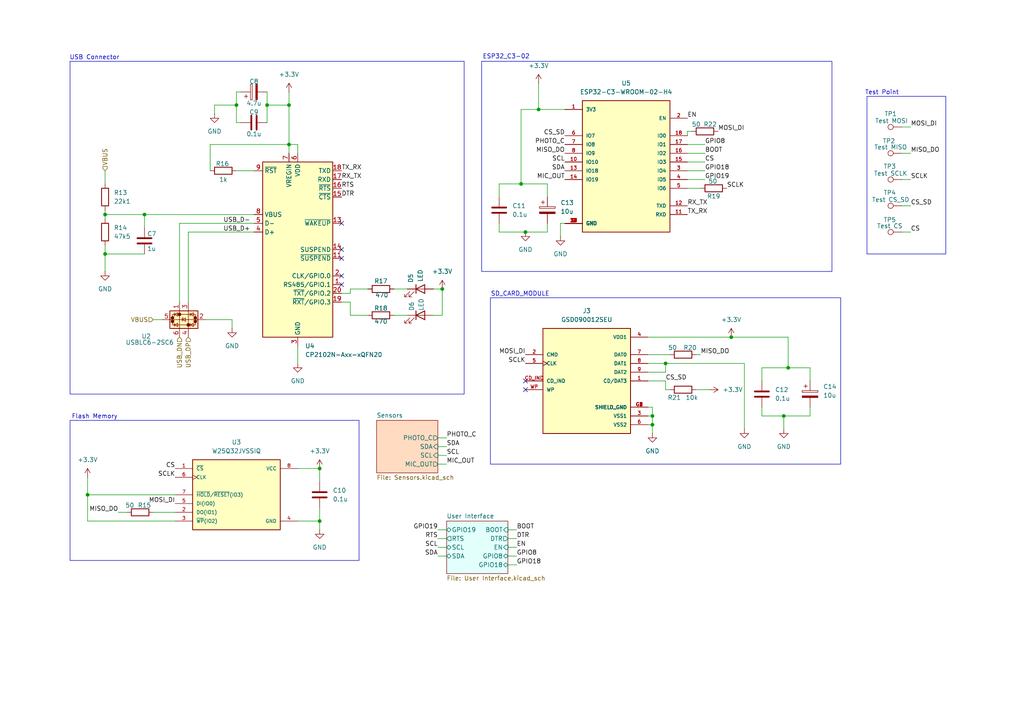
<source format=kicad_sch>
(kicad_sch (version 20250114) (generator "eeschema") (generator_version "9.0")
  (paper "A4")
  (title_block (title "ESP32_C3_Board") (date "2025-05-31"))
  (lib_symbols
    (symbol "Connector:TestPoint" (pin_numbers (hide yes)) (pin_names (offset 0.762) (hide yes))
      (property "Reference" "TP" (at 0 6.858 0))
      (property "Value" "TestPoint" (at 0 5.08 0))
      (symbol "TestPoint_0_1"
        (circle (center 0 3.302) (radius 0.762))
      )
      (symbol "TestPoint_1_1"
        (pin passive line (at 0 0 90) (length 2.54) (name "1") (number "1"))
      )
    )
    (symbol "Device:C" (pin_numbers (hide yes)) (pin_names (offset 0.254))
      (property "Reference" "C" (at 0.635 2.54 0))
      (property "Value" "C" (at 0.635 -2.54 0))
      (symbol "C_0_1"
        (polyline (pts (xy -2.032 0.762) (xy 2.032 0.762)) (stroke (width 0.508)))
        (polyline (pts (xy -2.032 -0.762) (xy 2.032 -0.762)) (stroke (width 0.508)))
      )
      (symbol "C_1_1"
        (pin passive line (at 0 3.81 270) (length 2.794) (name "~") (number "1"))
        (pin passive line (at 0 -3.81 90) (length 2.794) (name "~") (number "2"))
      )
    )
    (symbol "Device:C_Polarized" (pin_numbers (hide yes)) (pin_names (offset 0.254))
      (property "Reference" "C" (at 0.635 2.54 0))
      (property "Value" "C_Polarized" (at 0.635 -2.54 0))
      (symbol "C_Polarized_0_1"
        (rectangle (start -2.286 0.508) (end 2.286 1.016))
        (polyline (pts (xy -1.778 2.286) (xy -0.762 2.286)))
        (polyline (pts (xy -1.27 2.794) (xy -1.27 1.778)))
        (rectangle (start 2.286 -0.508) (end -2.286 -1.016) (fill (type outline)))
      )
      (symbol "C_Polarized_1_1"
        (pin passive line (at 0 3.81 270) (length 2.794) (name "~") (number "1"))
        (pin passive line (at 0 -3.81 90) (length 2.794) (name "~") (number "2"))
      )
    )
    (symbol "Device:LED" (pin_numbers (hide yes)) (pin_names (offset 1.016) (hide yes))
      (property "Reference" "D" (at 0 2.54 0))
      (property "Value" "LED" (at 0 -2.54 0))
      (symbol "LED_0_1"
        (polyline (pts (xy -3.048 -0.762) (xy -4.572 -2.286) (xy -3.81 -2.286) (xy -4.572 -2.286) (xy -4.572 -1.524)))
        (polyline (pts (xy -1.778 -0.762) (xy -3.302 -2.286) (xy -2.54 -2.286) (xy -3.302 -2.286) (xy -3.302 -1.524)))
        (polyline (pts (xy -1.27 0) (xy 1.27 0)))
        (polyline (pts (xy -1.27 -1.27) (xy -1.27 1.27)) (stroke (width 0.254)))
        (polyline (pts (xy 1.27 -1.27) (xy 1.27 1.27) (xy -1.27 0) (xy 1.27 -1.27)) (stroke (width 0.254)))
      )
      (symbol "LED_1_1"
        (pin passive line (at -3.81 0 0) (length 2.54) (name "K") (number "1"))
        (pin passive line (at 3.81 0 180) (length 2.54) (name "A") (number "2"))
      )
    )
    (symbol "Device:R" (pin_numbers (hide yes)) (pin_names (offset 0))
      (property "Reference" "R" (at 2.032 0 90))
      (property "Value" "R" (at 0 0 90))
      (symbol "R_0_1"
        (rectangle (start -1.016 -2.54) (end 1.016 2.54) (stroke (width 0.254)))
      )
      (symbol "R_1_1"
        (pin passive line (at 0 3.81 270) (length 1.27) (name "~") (number "1"))
        (pin passive line (at 0 -3.81 90) (length 1.27) (name "~") (number "2"))
      )
    )
    (symbol "ESP32-C3-WROOM-02-H4:ESP32-C3-WROOM-02-H4" (pin_names (offset 1.016))
      (property "Reference" "U" (at -12.7 21.082 0))
      (property "Value" "ESP32-C3-WROOM-02-H4" (at -12.7 -18.542 0))
      (symbol "ESP32-C3-WROOM-02-H4_0_0"
        (rectangle (start -12.7 -17.78) (end 12.7 20.32) (stroke (width 0.254)) (fill (type background)))
        (pin input line (at -17.78 15.24 0) (length 5.08) (name "EN") (number "2"))
        (pin bidirectional line (at -17.78 10.16 0) (length 5.08) (name "IO0") (number "18"))
        (pin bidirectional line (at -17.78 7.62 0) (length 5.08) (name "IO1") (number "17"))
        (pin bidirectional line (at -17.78 5.08 0) (length 5.08) (name "IO2") (number "16"))
        (pin bidirectional line (at -17.78 2.54 0) (length 5.08) (name "IO3") (number "15"))
        (pin bidirectional line (at -17.78 0 0) (length 5.08) (name "IO4") (number "3"))
        (pin bidirectional line (at -17.78 -2.54 0) (length 5.08) (name "IO5") (number "4"))
        (pin bidirectional line (at -17.78 -5.08 0) (length 5.08) (name "IO6") (number "5"))
        (pin bidirectional line (at -17.78 -10.16 0) (length 5.08) (name "TXD") (number "12"))
        (pin bidirectional line (at -17.78 -12.7 0) (length 5.08) (name "RXD") (number "11"))
        (pin power_in line (at 17.78 17.78 180) (length 5.08) (name "3V3") (number "1"))
        (pin bidirectional line (at 17.78 10.16 180) (length 5.08) (name "IO7") (number "6"))
        (pin bidirectional line (at 17.78 7.62 180) (length 5.08) (name "IO8") (number "7"))
        (pin bidirectional line (at 17.78 5.08 180) (length 5.08) (name "IO9") (number "8"))
        (pin bidirectional line (at 17.78 2.54 180) (length 5.08) (name "IO10") (number "10"))
        (pin bidirectional line (at 17.78 0 180) (length 5.08) (name "IO18") (number "13"))
        (pin bidirectional line (at 17.78 -2.54 180) (length 5.08) (name "IO19") (number "14"))
        (pin power_in line (at 17.78 -15.24 180) (length 5.08) (name "GND") (number "19"))
        (pin power_in line (at 17.78 -15.24 180) (length 5.08) (name "GND") (number "20"))
        (pin power_in line (at 17.78 -15.24 180) (length 5.08) (name "GND") (number "21"))
        (pin power_in line (at 17.78 -15.24 180) (length 5.08) (name "GND") (number "22"))
        (pin power_in line (at 17.78 -15.24 180) (length 5.08) (name "GND") (number "23"))
        (pin power_in line (at 17.78 -15.24 180) (length 5.08) (name "GND") (number "24"))
        (pin power_in line (at 17.78 -15.24 180) (length 5.08) (name "GND") (number "25"))
        (pin power_in line (at 17.78 -15.24 180) (length 5.08) (name "GND") (number "26"))
        (pin power_in line (at 17.78 -15.24 180) (length 5.08) (name "GND") (number "27"))
        (pin power_in line (at 17.78 -15.24 180) (length 5.08) (name "GND") (number "28"))
        (pin power_in line (at 17.78 -15.24 180) (length 5.08) (name "GND") (number "29"))
        (pin power_in line (at 17.78 -15.24 180) (length 5.08) (name "GND") (number "30"))
        (pin power_in line (at 17.78 -15.24 180) (length 5.08) (name "GND") (number "31"))
        (pin power_in line (at 17.78 -15.24 180) (length 5.08) (name "GND") (number "32"))
        (pin power_in line (at 17.78 -15.24 180) (length 5.08) (name "GND") (number "33"))
        (pin power_in line (at 17.78 -15.24 180) (length 5.08) (name "GND") (number "34"))
        (pin power_in line (at 17.78 -15.24 180) (length 5.08) (name "GND") (number "35"))
        (pin power_in line (at 17.78 -15.24 180) (length 5.08) (name "GND") (number "36"))
        (pin power_in line (at 17.78 -15.24 180) (length 5.08) (name "GND") (number "37"))
        (pin power_in line (at 17.78 -15.24 180) (length 5.08) (name "GND") (number "38"))
        (pin power_in line (at 17.78 -15.24 180) (length 5.08) (name "GND") (number "39"))
        (pin power_in line (at 17.78 -15.24 180) (length 5.08) (name "GND") (number "9"))
      )
    )
    (symbol "GSD090012SEU:GSD090012SEU" (pin_names (offset 1.016))
      (property "Reference" "J" (at -12.7 16.002 0))
      (property "Value" "GSD090012SEU" (at -12.7 -17.78 0))
      (symbol "GSD090012SEU_0_0"
        (rectangle (start -12.7 -15.24) (end 12.7 15.24) (stroke (width 0.254)) (fill (type background)))
        (pin bidirectional line (at -17.78 7.62 0) (length 5.08) (name "CMD") (number "2"))
        (pin bidirectional clock (at -17.78 5.08 0) (length 5.08) (name "CLK") (number "5"))
        (pin passive line (at -17.78 0 0) (length 5.08) (name "CD_IND") (number "CD_IND"))
        (pin passive line (at -17.78 -2.54 0) (length 5.08) (name "WP") (number "WP"))
        (pin power_in line (at 17.78 12.7 180) (length 5.08) (name "VDD1") (number "4"))
        (pin bidirectional line (at 17.78 7.62 180) (length 5.08) (name "DAT0") (number "7"))
        (pin bidirectional line (at 17.78 5.08 180) (length 5.08) (name "DAT1") (number "8"))
        (pin bidirectional line (at 17.78 2.54 180) (length 5.08) (name "DAT2") (number "9"))
        (pin bidirectional line (at 17.78 0 180) (length 5.08) (name "CD/DAT3") (number "1"))
        (pin power_in line (at 17.78 -7.62 180) (length 5.08) (name "SHIELD_GND") (number "G1"))
        (pin power_in line (at 17.78 -7.62 180) (length 5.08) (name "SHIELD_GND") (number "G2"))
        (pin power_in line (at 17.78 -7.62 180) (length 5.08) (name "SHIELD_GND") (number "G3"))
        (pin power_in line (at 17.78 -7.62 180) (length 5.08) (name "SHIELD_GND") (number "G4"))
        (pin power_in line (at 17.78 -10.16 180) (length 5.08) (name "VSS1") (number "3"))
        (pin power_in line (at 17.78 -12.7 180) (length 5.08) (name "VSS2") (number "6"))
      )
    )
    (symbol "Interface_USB:CP2102N-Axx-xQFN20"
      (property "Reference" "U" (at -8.89 26.67 0))
      (property "Value" "CP2102N-Axx-xQFN20" (at 12.7 26.67 0))
      (symbol "CP2102N-Axx-xQFN20_0_1"
        (rectangle (start -10.16 25.4) (end 10.16 -25.4) (stroke (width 0.254)) (fill (type background)))
      )
      (symbol "CP2102N-Axx-xQFN20_1_1"
        (pin input line (at -12.7 22.86 0) (length 2.54) (name "~{RST}") (number "9"))
        (pin input line (at -12.7 10.16 0) (length 2.54) (name "VBUS") (number "8"))
        (pin bidirectional line (at -12.7 7.62 0) (length 2.54) (name "D-") (number "5"))
        (pin bidirectional line (at -12.7 5.08 0) (length 2.54) (name "D+") (number "4"))
        (pin no_connect line (at -10.16 -22.86 0) (length 2.54) (hide yes) (name "NC") (number "10"))
        (pin power_in line (at -2.54 27.94 270) (length 2.54) (name "VREGIN") (number "7"))
        (pin power_in line (at 0 27.94 270) (length 2.54) (name "VDD") (number "6"))
        (pin passive line (at 0 -27.94 90) (length 2.54) (hide yes) (name "GND") (number "12"))
        (pin passive line (at 0 -27.94 90) (length 2.54) (hide yes) (name "GND") (number "21"))
        (pin power_in line (at 0 -27.94 90) (length 2.54) (name "GND") (number "3"))
        (pin output line (at 12.7 22.86 180) (length 2.54) (name "TXD") (number "18"))
        (pin input line (at 12.7 20.32 180) (length 2.54) (name "RXD") (number "17"))
        (pin output line (at 12.7 17.78 180) (length 2.54) (name "~{RTS}") (number "16"))
        (pin input line (at 12.7 15.24 180) (length 2.54) (name "~{CTS}") (number "15"))
        (pin input line (at 12.7 7.62 180) (length 2.54) (name "~{WAKEUP}") (number "13"))
        (pin output line (at 12.7 0 180) (length 2.54) (name "SUSPEND") (number "14"))
        (pin output line (at 12.7 -2.54 180) (length 2.54) (name "~{SUSPEND}") (number "11"))
        (pin bidirectional line (at 12.7 -7.62 180) (length 2.54) (name "CLK/GPIO.0") (number "2"))
        (pin bidirectional line (at 12.7 -10.16 180) (length 2.54) (name "RS485/GPIO.1") (number "1"))
        (pin bidirectional line (at 12.7 -12.7 180) (length 2.54) (name "~{TXT}/GPIO.2") (number "20"))
        (pin bidirectional line (at 12.7 -15.24 180) (length 2.54) (name "~{RXT}/GPIO.3") (number "19"))
      )
    )
    (symbol "Memory-W25Q32JVSSIQ:W25Q32JVSSIQ" (pin_names (offset 1.016))
      (property "Reference" "U" (at -12.4723 10.945 0))
      (property "Value" "W25Q32JVSSIQ" (at -12.4744 -12.2198 0))
      (symbol "W25Q32JVSSIQ_0_0"
        (rectangle (start -12.7 -10.16) (end 12.7 10.16) (stroke (width 0.254)) (fill (type background)))
        (pin input line (at -17.78 7.62 0) (length 5.08) (name "~{CS}") (number "1"))
        (pin input clock (at -17.78 5.08 0) (length 5.08) (name "CLK") (number "6"))
        (pin bidirectional line (at -17.78 0 0) (length 5.08) (name "~{HOLD}/~{RESET}(IO3)") (number "7"))
        (pin bidirectional line (at -17.78 -2.54 0) (length 5.08) (name "DI(IO0)") (number "5"))
        (pin bidirectional line (at -17.78 -5.08 0) (length 5.08) (name "DO(IO1)") (number "2"))
        (pin bidirectional line (at -17.78 -7.62 0) (length 5.08) (name "~{WP}(IO2)") (number "3"))
        (pin power_in line (at 17.78 7.62 180) (length 5.08) (name "VCC") (number "8"))
        (pin power_in line (at 17.78 -7.62 180) (length 5.08) (name "GND") (number "4"))
      )
    )
    (symbol "Power_Protection:USBLC6-2SC6" (pin_names (hide yes))
      (property "Reference" "U" (at 0.635 5.715 0))
      (property "Value" "USBLC6-2SC6" (at 0.635 3.81 0))
      (symbol "USBLC6-2SC6_0_0"
        (circle (center -1.524 0) (radius 0.0001) (stroke (width 0.508)))
        (circle (center -0.508 2.032) (radius 0.0001) (stroke (width 0.508)))
        (circle (center -0.508 -4.572) (radius 0.0001) (stroke (width 0.508)))
        (circle (center 0.508 2.032) (radius 0.0001) (stroke (width 0.508)))
        (circle (center 0.508 -4.572) (radius 0.0001) (stroke (width 0.508)))
        (circle (center 1.524 -2.54) (radius 0.0001) (stroke (width 0.508)))
      )
      (symbol "USBLC6-2SC6_0_1"
        (polyline (pts (xy -2.54 0) (xy 2.54 0)))
        (polyline (pts (xy -2.54 -2.54) (xy 2.54 -2.54)))
        (polyline (pts (xy -2.032 0.508) (xy -1.016 0.508) (xy -1.524 1.524) (xy -2.032 0.508)))
        (polyline (pts (xy -2.032 -3.048) (xy -1.016 -3.048)))
        (polyline (pts (xy -1.016 1.524) (xy -2.032 1.524)))
        (polyline (pts (xy -1.016 -4.064) (xy -2.032 -4.064) (xy -1.524 -3.048) (xy -1.016 -4.064)))
        (polyline (pts (xy -0.508 -1.143) (xy -0.508 -0.762) (xy 0.508 -0.762)))
        (polyline (pts (xy 0 2.54) (xy -0.508 2.032) (xy 0.508 2.032) (xy 0 1.524) (xy 0 -4.064) (xy -0.508 -4.572) (xy 0.508 -4.572) (xy 0 -5.08)))
        (polyline (pts (xy 0.508 -1.778) (xy -0.508 -1.778) (xy 0 -0.762) (xy 0.508 -1.778)))
        (polyline (pts (xy 1.016 1.524) (xy 2.032 1.524)))
        (polyline (pts (xy 1.016 -3.048) (xy 2.032 -3.048)))
        (polyline (pts (xy 2.032 0.508) (xy 1.016 0.508) (xy 1.524 1.524) (xy 2.032 0.508)))
        (polyline (pts (xy 2.032 -4.064) (xy 1.016 -4.064) (xy 1.524 -3.048) (xy 2.032 -4.064)))
      )
      (symbol "USBLC6-2SC6_1_1"
        (rectangle (start -2.54 2.794) (end 2.54 -5.334) (stroke (width 0.254)) (fill (type background)))
        (polyline (pts (xy -0.508 2.032) (xy -1.524 2.032) (xy -1.524 -4.572) (xy -0.508 -4.572)))
        (polyline (pts (xy 0.508 -4.572) (xy 1.524 -4.572) (xy 1.524 2.032) (xy 0.508 2.032)))
        (pin passive line (at -5.08 0 0) (length 2.54) (name "I/O1") (number "1"))
        (pin passive line (at -5.08 -2.54 0) (length 2.54) (name "I/O2") (number "3"))
        (pin passive line (at 0 5.08 270) (length 2.54) (name "VBUS") (number "5"))
        (pin passive line (at 0 -7.62 90) (length 2.54) (name "GND") (number "2"))
        (pin passive line (at 5.08 0 180) (length 2.54) (name "I/O1") (number "6"))
        (pin passive line (at 5.08 -2.54 180) (length 2.54) (name "I/O2") (number "4"))
      )
    )
    (symbol "power:+3.3V" (power) (pin_numbers (hide yes)) (pin_names (offset 0) (hide yes))
      (property "Value" "+3.3V" (at 0 3.556 0))
      (symbol "+3.3V_0_1"
        (polyline (pts (xy -0.762 1.27) (xy 0 2.54)))
        (polyline (pts (xy 0 2.54) (xy 0.762 1.27)))
        (polyline (pts (xy 0 0) (xy 0 2.54)))
      )
      (symbol "+3.3V_1_1"
        (pin power_in line (at 0 0 90) (length 0) (name "~") (number "1"))
      )
    )
    (symbol "power:GND" (power) (pin_numbers (hide yes)) (pin_names (offset 0) (hide yes))
      (property "Value" "GND" (at 0 -3.81 0))
      (symbol "GND_0_1"
        (polyline (pts (xy 0 0) (xy 0 -1.27) (xy 1.27 -1.27) (xy 0 -2.54) (xy -1.27 -1.27) (xy 0 -1.27)))
      )
      (symbol "GND_1_1"
        (pin power_in line (at 0 0 270) (length 0) (name "~") (number "1"))
      )
    )
  )
  (rectangle (start 142.24 86.36) (end 243.84 134.62))
  (rectangle (start 20.32 17.78) (end 134.62 114.3))
  (rectangle (start 251.46 27.94) (end 274.32 73.66))
  (rectangle (start 139.7 17.78) (end 241.3 78.74))
  (rectangle (start 20.32 121.92) (end 104.14 162.56))
  (text "ESP32_C3-02\n" (at 146.812 16.51 0) (effects (font (size 1.27 1.27))))
  (text "SD_CARD_MODULE\n" (at 150.876 85.344 0) (effects (font (size 1.27 1.27))))
  (text "Test Point " (at 256.286 26.924 0) (effects (font (size 1.27 1.27))))
  (text "USB Connector\n" (at 27.432 16.764 0) (effects (font (size 1.27 1.27))))
  (text "Flash Memory " (at 27.94 120.904 0) (effects (font (size 1.27 1.27))))
  (junction (at 212.09 97.79))
  (junction (at 92.71 151.13))
  (junction (at 193.04 105.41))
  (junction (at 228.6 106.68))
  (junction (at 128.27 83.82))
  (junction (at 92.71 135.89))
  (junction (at 189.23 123.19))
  (junction (at 156.21 31.75))
  (junction (at 151.13 53.34))
  (junction (at 30.48 62.23))
  (junction (at 83.82 41.91))
  (junction (at 77.47 30.48))
  (junction (at 227.33 120.65))
  (junction (at 25.4 143.51))
  (junction (at 68.58 30.48))
  (junction (at 189.23 120.65))
  (junction (at 83.82 30.48))
  (junction (at 30.48 73.66))
  (junction (at 152.4 67.31))
  (junction (at 41.91 62.23))
  (no_connect (at 152.4 110.49))
  (no_connect (at 99.06 80.01))
  (no_connect (at 99.06 74.93))
  (no_connect (at 99.06 72.39))
  (no_connect (at 99.06 64.77))
  (no_connect (at 152.4 113.03))
  (no_connect (at 99.06 82.55))
  (wire (pts (xy 220.98 110.49) (xy 220.98 106.68)))
  (wire (pts (xy 41.91 62.23) (xy 73.66 62.23)))
  (wire (pts (xy 144.78 67.31) (xy 152.4 67.31)))
  (wire (pts (xy 127 129.54) (xy 129.54 129.54)))
  (wire (pts (xy 147.32 161.29) (xy 149.86 161.29)))
  (wire (pts (xy 261.62 36.83) (xy 264.16 36.83)))
  (wire (pts (xy 127 156.21) (xy 129.54 156.21)))
  (wire (pts (xy 86.36 44.45) (xy 86.36 41.91)))
  (wire (pts (xy 127 134.62) (xy 129.54 134.62)))
  (wire (pts (xy 60.96 49.53) (xy 60.96 41.91)))
  (wire (pts (xy 261.62 59.69) (xy 264.16 59.69)))
  (wire (pts (xy 25.4 143.51) (xy 50.8 143.51)))
  (wire (pts (xy 101.6 91.44) (xy 106.68 91.44)))
  (wire (pts (xy 189.23 123.19) (xy 189.23 120.65)))
  (wire (pts (xy 30.48 49.53) (xy 30.48 53.34)))
  (wire (pts (xy 62.23 30.48) (xy 68.58 30.48)))
  (wire (pts (xy 187.96 123.19) (xy 189.23 123.19)))
  (wire (pts (xy 215.9 124.46) (xy 215.9 105.41)))
  (wire (pts (xy 227.33 120.65) (xy 234.95 120.65)))
  (wire (pts (xy 67.31 92.71) (xy 67.31 95.25)))
  (wire (pts (xy 114.3 83.82) (xy 118.11 83.82)))
  (wire (pts (xy 156.21 31.75) (xy 151.13 31.75)))
  (wire (pts (xy 193.04 113.03) (xy 194.31 113.03)))
  (wire (pts (xy 30.48 62.23) (xy 30.48 63.5)))
  (wire (pts (xy 83.82 41.91) (xy 83.82 44.45)))
  (wire (pts (xy 101.6 83.82) (xy 106.68 83.82)))
  (wire (pts (xy 60.96 41.91) (xy 83.82 41.91)))
  (wire (pts (xy 92.71 139.7) (xy 92.71 135.89)))
  (wire (pts (xy 220.98 106.68) (xy 228.6 106.68)))
  (wire (pts (xy 193.04 105.41) (xy 215.9 105.41)))
  (wire (pts (xy 147.32 153.67) (xy 149.86 153.67)))
  (wire (pts (xy 201.93 113.03) (xy 205.74 113.03)))
  (wire (pts (xy 261.62 67.31) (xy 264.16 67.31)))
  (wire (pts (xy 151.13 53.34) (xy 151.13 31.75)))
  (wire (pts (xy 99.06 87.63) (xy 101.6 87.63)))
  (wire (pts (xy 187.96 97.79) (xy 212.09 97.79)))
  (wire (pts (xy 152.4 67.31) (xy 158.75 67.31)))
  (wire (pts (xy 128.27 83.82) (xy 128.27 91.44)))
  (wire (pts (xy 99.06 85.09) (xy 101.6 85.09)))
  (wire (pts (xy 54.61 87.63) (xy 54.61 67.31)))
  (wire (pts (xy 193.04 107.95) (xy 193.04 105.41)))
  (wire (pts (xy 261.62 44.45) (xy 264.16 44.45)))
  (wire (pts (xy 193.04 110.49) (xy 193.04 113.03)))
  (wire (pts (xy 77.47 30.48) (xy 77.47 35.56)))
  (wire (pts (xy 52.07 87.63) (xy 52.07 64.77)))
  (wire (pts (xy 52.07 64.77) (xy 73.66 64.77)))
  (wire (pts (xy 227.33 120.65) (xy 227.33 124.46)))
  (wire (pts (xy 204.47 46.99) (xy 199.39 46.99)))
  (wire (pts (xy 83.82 41.91) (xy 83.82 30.48)))
  (wire (pts (xy 114.3 91.44) (xy 118.11 91.44)))
  (wire (pts (xy 187.96 102.87) (xy 194.31 102.87)))
  (wire (pts (xy 187.96 107.95) (xy 193.04 107.95)))
  (wire (pts (xy 77.47 26.67) (xy 77.47 30.48)))
  (wire (pts (xy 44.45 148.59) (xy 50.8 148.59)))
  (wire (pts (xy 125.73 83.82) (xy 128.27 83.82)))
  (wire (pts (xy 50.8 151.13) (xy 25.4 151.13)))
  (wire (pts (xy 144.78 57.15) (xy 144.78 53.34)))
  (wire (pts (xy 68.58 26.67) (xy 68.58 30.48)))
  (wire (pts (xy 83.82 30.48) (xy 77.47 30.48)))
  (wire (pts (xy 220.98 120.65) (xy 227.33 120.65)))
  (wire (pts (xy 204.47 44.45) (xy 199.39 44.45)))
  (wire (pts (xy 204.47 52.07) (xy 199.39 52.07)))
  (wire (pts (xy 156.21 31.75) (xy 163.83 31.75)))
  (wire (pts (xy 261.62 52.07) (xy 264.16 52.07)))
  (wire (pts (xy 30.48 60.96) (xy 30.48 62.23)))
  (wire (pts (xy 144.78 53.34) (xy 151.13 53.34)))
  (wire (pts (xy 25.4 138.43) (xy 25.4 143.51)))
  (wire (pts (xy 92.71 151.13) (xy 92.71 153.67)))
  (wire (pts (xy 68.58 49.53) (xy 73.66 49.53)))
  (wire (pts (xy 228.6 97.79) (xy 228.6 106.68)))
  (wire (pts (xy 234.95 106.68) (xy 234.95 110.49)))
  (wire (pts (xy 30.48 71.12) (xy 30.48 73.66)))
  (wire (pts (xy 147.32 156.21) (xy 149.86 156.21)))
  (wire (pts (xy 144.78 64.77) (xy 144.78 67.31)))
  (wire (pts (xy 220.98 118.11) (xy 220.98 120.65)))
  (wire (pts (xy 162.56 64.77) (xy 163.83 64.77)))
  (wire (pts (xy 199.39 54.61) (xy 203.2 54.61)))
  (wire (pts (xy 187.96 105.41) (xy 193.04 105.41)))
  (wire (pts (xy 128.27 91.44) (xy 125.73 91.44)))
  (wire (pts (xy 34.29 148.59) (xy 36.83 148.59)))
  (wire (pts (xy 199.39 38.1) (xy 200.66 38.1)))
  (wire (pts (xy 212.09 97.79) (xy 228.6 97.79)))
  (wire (pts (xy 204.47 49.53) (xy 199.39 49.53)))
  (wire (pts (xy 30.48 73.66) (xy 30.48 78.74)))
  (wire (pts (xy 228.6 106.68) (xy 234.95 106.68)))
  (wire (pts (xy 41.91 66.04) (xy 41.91 62.23)))
  (wire (pts (xy 158.75 67.31) (xy 158.75 64.77)))
  (wire (pts (xy 158.75 53.34) (xy 158.75 57.15)))
  (wire (pts (xy 204.47 41.91) (xy 199.39 41.91)))
  (wire (pts (xy 189.23 123.19) (xy 189.23 125.73)))
  (wire (pts (xy 127 132.08) (xy 129.54 132.08)))
  (wire (pts (xy 62.23 33.02) (xy 62.23 30.48)))
  (wire (pts (xy 44.45 92.71) (xy 46.99 92.71)))
  (wire (pts (xy 234.95 120.65) (xy 234.95 118.11)))
  (wire (pts (xy 25.4 151.13) (xy 25.4 143.51)))
  (wire (pts (xy 86.36 100.33) (xy 86.36 105.41)))
  (wire (pts (xy 86.36 41.91) (xy 83.82 41.91)))
  (wire (pts (xy 127 161.29) (xy 129.54 161.29)))
  (wire (pts (xy 83.82 26.67) (xy 83.82 30.48)))
  (wire (pts (xy 86.36 135.89) (xy 92.71 135.89)))
  (wire (pts (xy 101.6 85.09) (xy 101.6 83.82)))
  (wire (pts (xy 54.61 67.31) (xy 73.66 67.31)))
  (wire (pts (xy 68.58 35.56) (xy 69.85 35.56)))
  (wire (pts (xy 162.56 64.77) (xy 162.56 68.58)))
  (wire (pts (xy 193.04 110.49) (xy 187.96 110.49)))
  (wire (pts (xy 127 158.75) (xy 129.54 158.75)))
  (wire (pts (xy 147.32 158.75) (xy 149.86 158.75)))
  (wire (pts (xy 30.48 62.23) (xy 41.91 62.23)))
  (wire (pts (xy 187.96 120.65) (xy 189.23 120.65)))
  (wire (pts (xy 189.23 118.11) (xy 189.23 120.65)))
  (wire (pts (xy 199.39 39.37) (xy 199.39 38.1)))
  (wire (pts (xy 68.58 30.48) (xy 68.58 35.56)))
  (wire (pts (xy 69.85 26.67) (xy 68.58 26.67)))
  (wire (pts (xy 147.32 163.83) (xy 149.86 163.83)))
  (wire (pts (xy 127 153.67) (xy 129.54 153.67)))
  (wire (pts (xy 30.48 73.66) (xy 41.91 73.66)))
  (wire (pts (xy 101.6 87.63) (xy 101.6 91.44)))
  (wire (pts (xy 92.71 151.13) (xy 86.36 151.13)))
  (wire (pts (xy 187.96 118.11) (xy 189.23 118.11)))
  (wire (pts (xy 151.13 53.34) (xy 158.75 53.34)))
  (wire (pts (xy 92.71 147.32) (xy 92.71 151.13)))
  (wire (pts (xy 156.21 24.13) (xy 156.21 31.75)))
  (wire (pts (xy 127 127) (xy 129.54 127)))
  (wire (pts (xy 201.93 102.87) (xy 203.2 102.87)))
  (wire (pts (xy 59.69 92.71) (xy 67.31 92.71)))
  (label "DTR" (at 149.86 156.21 0))
  (label "MISO_DO" (at 163.83 44.45 180))
  (label "RTS" (at 99.06 54.61 0))
  (label "MIC_OUT" (at 163.83 52.07 180))
  (label "MISO_DO" (at 203.2 102.87 0))
  (label "MIC_OUT" (at 129.54 134.62 0))
  (label "MISO_DO" (at 34.29 148.59 180))
  (label "CS" (at 204.47 46.99 0))
  (label "BOOT" (at 149.86 153.67 0))
  (label "GPIO8" (at 149.86 161.29 0))
  (label "DTR" (at 99.06 57.15 0))
  (label "EN" (at 199.39 34.29 0))
  (label "SCLK" (at 264.16 52.07 0))
  (label "SCL" (at 127 158.75 180))
  (label "SDA" (at 127 161.29 180))
  (label "SCL" (at 163.83 46.99 180))
  (label "SCLK" (at 50.8 138.43 180))
  (label "PHOTO_C" (at 129.54 127 0))
  (label "MOSI_DI" (at 208.28 38.1 0))
  (label "RX_TX" (at 199.39 59.69 0))
  (label "USB_D+" (at 64.77 67.31 0))
  (label "GPIO19" (at 127 153.67 180))
  (label "CS_SD" (at 264.16 59.69 0))
  (label "SCLK" (at 152.4 105.41 180))
  (label "SDA" (at 163.83 49.53 180))
  (label "CS_SD" (at 163.83 39.37 180))
  (label "MISO_DO" (at 264.16 44.45 0))
  (label "USB_D-" (at 64.77 64.77 0))
  (label "PHOTO_C" (at 163.83 41.91 180))
  (label "GPIO8" (at 204.47 41.91 0))
  (label "CS" (at 264.16 67.31 0))
  (label "GPIO18" (at 204.47 49.53 0))
  (label "RTS" (at 127 156.21 180))
  (label "GPIO18" (at 149.86 163.83 0))
  (label "BOOT" (at 204.47 44.45 0))
  (label "TX_RX" (at 99.06 49.53 0))
  (label "MOSI_DI" (at 152.4 102.87 180))
  (label "CS" (at 50.8 135.89 180))
  (label "CS_SD" (at 193.04 110.49 0))
  (label "EN" (at 149.86 158.75 0))
  (label "GPIO19" (at 204.47 52.07 0))
  (label "TX_RX" (at 199.39 62.23 0))
  (label "SCLK" (at 210.82 54.61 0))
  (label "MOSI_DI" (at 50.8 146.05 180))
  (label "RX_TX" (at 99.06 52.07 0))
  (label "SCL" (at 129.54 132.08 0))
  (label "MOSI_DI" (at 264.16 36.83 0))
  (label "SDA" (at 129.54 129.54 0))
  (hierarchical_label "USB_DN" (shape input) (at 52.07 97.79 270))
  (hierarchical_label "VBUS" (shape input) (at 30.48 49.53 90))
  (hierarchical_label "USB_DP" (shape input) (at 54.61 97.79 270))
  (hierarchical_label "VBUS" (shape input) (at 44.45 92.71 180))
  (symbol (lib_id "Device:R") (at 207.01 54.61 90) (unit 1)
    (property "Reference" "R19" (at 207.01 56.896 90))
    (property "Value" "50" (at 206.756 52.578 90))
    (property "Footprint" "Resistor_SMD:R_0805_2012Metric" (effects (hide yes)))
    (property "Description" "Resistor" (effects (hide yes)))
  )
  (symbol (lib_id "power:GND") (at 30.48 78.74 0) (unit 1)
    (property "Reference" "#PWR025" (effects (hide yes)))
    (property "Value" "GND" (at 30.48 83.82 0))
    (property "Description" "Power symbol creates a global label with name \"GND\" , ground" (effects (hide yes)))
  )
  (symbol (lib_id "Device:R") (at 198.12 113.03 90) (unit 1)
    (property "Reference" "R21" (at 195.58 115.316 90))
    (property "Value" "10k" (at 200.66 115.316 90))
    (property "Footprint" "Resistor_SMD:R_0805_2012Metric" (effects (hide yes)))
    (property "Description" "Resistor" (effects (hide yes)))
  )
  (symbol (lib_id "Connector:TestPoint") (at 261.62 67.31 90) (unit 1)
    (property "Reference" "TP5" (at 258.064 63.754 90))
    (property "Value" "Test CS" (at 258.064 65.532 90))
    (property "Footprint" "TestPoint:TestPoint_Pad_D1.0mm" (effects (hide yes)))
    (property "Description" "test point" (effects (hide yes)))
  )
  (symbol (lib_id "power:+3.3V") (at 156.21 24.13 0) (unit 1)
    (property "Reference" "#PWR034" (effects (hide yes)))
    (property "Value" "+3.3V" (at 156.21 19.05 0))
    (property "Description" "Power symbol creates a global label with name \"+3.3V\"" (effects (hide yes)))
  )
  (symbol (lib_id "power:GND") (at 227.33 124.46 0) (unit 1)
    (property "Reference" "#PWR039" (effects (hide yes)))
    (property "Value" "GND" (at 227.33 129.54 0))
    (property "Description" "Power symbol creates a global label with name \"GND\" , ground" (effects (hide yes)))
  )
  (symbol (lib_id "power:GND") (at 86.36 105.41 0) (unit 1)
    (property "Reference" "#PWR029" (effects (hide yes)))
    (property "Value" "GND" (at 86.36 110.49 0))
    (property "Description" "Power symbol creates a global label with name \"GND\" , ground" (effects (hide yes)))
  )
  (symbol (lib_id "power:GND") (at 215.9 124.46 0) (unit 1)
    (property "Reference" "#PWR038" (effects (hide yes)))
    (property "Value" "GND" (at 215.9 129.54 0))
    (property "Description" "Power symbol creates a global label with name \"GND\" , ground" (effects (hide yes)))
  )
  (symbol (lib_id "Device:R") (at 30.48 67.31 0) (unit 1)
    (property "Reference" "R14" (at 33.02 66.0399 0) (effects (justify left)))
    (property "Value" "47k5" (at 33.02 68.5799 0) (effects (justify left)))
    (property "Footprint" "Resistor_SMD:R_0805_2012Metric" (effects (hide yes)))
    (property "Description" "Resistor" (effects (hide yes)))
  )
  (symbol (lib_id "Memory-W25Q32JVSSIQ:W25Q32JVSSIQ") (at 68.58 143.51 0) (unit 1)
    (property "Reference" "U3" (at 68.58 128.27 0))
    (property "Value" "W25Q32JVSSIQ" (at 68.58 130.81 0))
    (property "Footprint" "MC_ESP32_gen:SOIC127P790X216-8N" (effects (hide yes)))
    (property "MF" "Winbond" (effects (hide yes)))
    (property "Description_1" "FLASH - NOR Memory IC 32Mb (4M x 8) SPI - Quad I/O 133 MHz 8-SOIC" (effects (hide yes)))
    (property "Package" "SOIC-8 Winbond" (effects (hide yes)))
    (property "Price" "None" (effects (hide yes)))
    (property "SnapEDA_Link" "https://www.snapeda.com/parts/W25Q32JVSSIQ/Winbond/view-part/?ref=snap" (effects (hide yes)))
    (property "MP" "W25Q32JVSSIQ" (effects (hide yes)))
    (property "M_PART_NUMBER" "W25QXX" (effects (hide yes)))
    (property "Availability" "In Stock" (effects (hide yes)))
    (property "Check_prices" "https://www.snapeda.com/parts/W25Q32JVSSIQ/Winbond/view-part/?ref=eda" (effects (hide yes)))
  )
  (symbol (lib_id "power:GND") (at 92.71 153.67 0) (unit 1)
    (property "Reference" "#PWR031" (effects (hide yes)))
    (property "Value" "GND" (at 92.71 158.75 0))
    (property "Description" "Power symbol creates a global label with name \"GND\" , ground" (effects (hide yes)))
  )
  (symbol (lib_id "ESP32-C3-WROOM-02-H4:ESP32-C3-WROOM-02-H4") (at 181.61 49.53 0) (mirror y) (unit 1)
    (property "Reference" "U5" (at 181.61 24.13 0))
    (property "Value" "ESP32-C3-WROOM-02-H4" (at 181.61 26.67 0))
    (property "Footprint" "MC_ESP32:MODULE_ESP32-C3-WROOM-02-H4" (effects (hide yes)))
    (property "MF" "Espressif Systems" (effects (hide yes)))
    (property "Description_1" "WiFi Modules (802.11) (Engineering Samples) SMD module, ESP32-C3, 4MB SPI flash, PCB antenna, -40 C +105 C" (effects (hide yes)))
    (property "Package" "Package" (effects (hide yes)))
    (property "Price" "None" (effects (hide yes)))
    (property "Check_prices" "https://www.snapeda.com/parts/ESP32-C3-WROOM-02-H4/Espressif+Systems/view-part/?ref=eda" (effects (hide yes)))
    (property "SnapEDA_Link" "https://www.snapeda.com/parts/ESP32-C3-WROOM-02-H4/Espressif+Systems/view-part/?ref=snap" (effects (hide yes)))
    (property "MP" "ESP32-C3-WROOM-02-H4" (effects (hide yes)))
    (property "Availability" "In Stock" (effects (hide yes)))
    (property "Purchase-URL" "https://pricing.snapeda.com/search/part/ESP32-C3-WROOM-02-H4/?ref=eda" (effects (hide yes)))
  )
  (symbol (lib_id "Device:C") (at 220.98 114.3 0) (unit 1)
    (property "Reference" "C12" (at 224.79 113.0299 0) (effects (justify left)))
    (property "Value" "0.1u" (at 224.79 115.5699 0) (effects (justify left)))
    (property "Footprint" "Capacitor_SMD:C_0805_2012Metric" (effects (hide yes)))
    (property "Description" "Unpolarized capacitor" (effects (hide yes)))
  )
  (symbol (lib_id "power:GND") (at 189.23 125.73 0) (unit 1)
    (property "Reference" "#PWR033" (effects (hide yes)))
    (property "Value" "GND" (at 189.23 130.81 0))
    (property "Description" "Power symbol creates a global label with name \"GND\" , ground" (effects (hide yes)))
  )
  (symbol (lib_id "Device:R") (at 30.48 57.15 0) (unit 1)
    (property "Reference" "R13" (at 33.02 55.8799 0) (effects (justify left)))
    (property "Value" "22k1" (at 33.02 58.4199 0) (effects (justify left)))
    (property "Footprint" "Resistor_SMD:R_0805_2012Metric" (effects (hide yes)))
    (property "Description" "Resistor" (effects (hide yes)))
  )
  (symbol (lib_id "Connector:TestPoint") (at 261.62 36.83 90) (unit 1)
    (property "Reference" "TP1" (at 258.318 33.02 90))
    (property "Value" "Test MOSI" (at 258.572 35.052 90))
    (property "Footprint" "TestPoint:TestPoint_Pad_D1.0mm" (effects (hide yes)))
    (property "Description" "test point" (effects (hide yes)))
  )
  (symbol (lib_id "Device:C_Polarized") (at 158.75 60.96 0) (unit 1)
    (property "Reference" "C13" (at 162.56 58.8009 0) (effects (justify left)))
    (property "Value" "10u" (at 162.56 61.3409 0) (effects (justify left)))
    (property "Footprint" "MC_ESP32:CAPMP3216X180N" (effects (hide yes)))
    (property "Description" "Polarized capacitor" (effects (hide yes)))
  )
  (symbol (lib_id "Device:C") (at 144.78 60.96 0) (unit 1)
    (property "Reference" "C11" (at 148.59 59.6899 0) (effects (justify left)))
    (property "Value" "0.1u" (at 148.59 62.2299 0) (effects (justify left)))
    (property "Footprint" "Capacitor_SMD:C_0805_2012Metric" (effects (hide yes)))
    (property "Description" "Unpolarized capacitor" (effects (hide yes)))
  )
  (symbol (lib_id "Device:R") (at 40.64 148.59 270) (unit 1)
    (property "Reference" "R15" (at 41.91 146.558 90))
    (property "Value" "50" (at 36.322 146.558 90) (effects (justify left)))
    (property "Footprint" "Resistor_SMD:R_0805_2012Metric" (effects (hide yes)))
    (property "Description" "Resistor" (effects (hide yes)))
  )
  (symbol (lib_id "power:+3.3V") (at 128.27 83.82 0) (unit 1)
    (property "Reference" "#PWR032" (effects (hide yes)))
    (property "Value" "+3.3V" (at 128.27 78.74 0))
    (property "Description" "Power symbol creates a global label with name \"+3.3V\"" (effects (hide yes)))
  )
  (symbol (lib_id "Device:R") (at 110.49 91.44 270) (unit 1)
    (property "Reference" "R18" (at 110.49 89.408 90))
    (property "Value" "470" (at 110.49 93.218 90))
    (property "Footprint" "Resistor_SMD:R_0805_2012Metric" (effects (hide yes)))
    (property "Description" "Resistor" (effects (hide yes)))
  )
  (symbol (lib_id "Device:LED") (at 121.92 91.44 0) (unit 1)
    (property "Reference" "D6" (at 119.38 90.17 90) (effects (justify left)))
    (property "Value" "LED" (at 122.174 90.17 90) (effects (justify left)))
    (property "Footprint" "LED_SMD:LED_0805_2012Metric" (effects (hide yes)))
    (property "Description" "Light emitting diode" (effects (hide yes)))
    (property "Sim.Pins" "1=K 2=A" (effects (hide yes)))
  )
  (symbol (lib_id "power:+3.3V") (at 212.09 97.79 0) (unit 1)
    (property "Reference" "#PWR037" (effects (hide yes)))
    (property "Value" "+3.3V" (at 212.09 92.71 0))
    (property "Description" "Power symbol creates a global label with name \"+3.3V\"" (effects (hide yes)))
  )
  (symbol (lib_id "Interface_USB:CP2102N-Axx-xQFN20") (at 86.36 72.39 0) (unit 1)
    (property "Reference" "U4" (at 88.5033 100.33 0) (effects (justify left)))
    (property "Value" "CP2102N-Axx-xQFN20" (at 88.5033 102.87 0) (effects (justify left)))
    (property "Footprint" "MC_ESP32_gen:QFN50P400X400X100-21N" (effects (hide yes)))
    (property "Datasheet" "https://www.silabs.com/documents/public/data-sheets/cp2102n-datasheet.pdf" (effects (hide yes)))
    (property "Description" "USB to UART master bridge, QFN-20" (effects (hide yes)))
  )
  (symbol (lib_id "Connector:TestPoint") (at 261.62 52.07 90) (unit 1)
    (property "Reference" "TP3" (at 258.064 48.26 90))
    (property "Value" "Test SCLK" (at 258.318 50.292 90))
    (property "Footprint" "TestPoint:TestPoint_Pad_D1.0mm" (effects (hide yes)))
    (property "Description" "test point" (effects (hide yes)))
  )
  (symbol (lib_id "Device:C_Polarized") (at 234.95 114.3 0) (unit 1)
    (property "Reference" "C14" (at 238.76 112.1409 0) (effects (justify left)))
    (property "Value" "10u" (at 238.76 114.6809 0) (effects (justify left)))
    (property "Footprint" "MC_ESP32:CAPMP3216X180N" (effects (hide yes)))
    (property "Description" "Polarized capacitor" (effects (hide yes)))
  )
  (symbol (lib_id "GSD090012SEU:GSD090012SEU") (at 170.18 110.49 0) (unit 1)
    (property "Reference" "J3" (at 170.18 90.17 0))
    (property "Value" "GSD090012SEU" (at 170.18 92.71 0))
    (property "Footprint" "MC_ESP32:AMPHENOL_GSD090012SEU" (effects (hide yes)))
    (property "MF" "Amphenol" (effects (hide yes)))
    (property "MAXIMUM_PACKAGE_HEIGHT" "2.95mm" (effects (hide yes)))
    (property "Package" "None" (effects (hide yes)))
    (property "Price" "None" (effects (hide yes)))
    (property "Check_prices" "https://www.snapeda.com/parts/GSD090012SEU/Amphenol/view-part/?ref=eda" (effects (hide yes)))
    (property "STANDARD" "Manufacturer Recommendations" (effects (hide yes)))
    (property "PARTREV" "E" (effects (hide yes)))
    (property "SnapEDA_Link" "https://www.snapeda.com/parts/GSD090012SEU/Amphenol/view-part/?ref=snap" (effects (hide yes)))
    (property "MP" "GSD090012SEU" (effects (hide yes)))
    (property "Description_1" "Micro SD and SD Card Sockets, Input Output Connectors, SD Socket,9 Position,SMT" (effects (hide yes)))
    (property "Availability" "In Stock" (effects (hide yes)))
    (property "MANUFACTURER" "Amphenol" (effects (hide yes)))
  )
  (symbol (lib_id "power:GND") (at 62.23 33.02 0) (unit 1)
    (property "Reference" "#PWR026" (effects (hide yes)))
    (property "Value" "GND" (at 62.23 38.1 0))
    (property "Description" "Power symbol creates a global label with name \"GND\" , ground" (effects (hide yes)))
  )
  (symbol (lib_id "power:+3.3V") (at 25.4 138.43 0) (unit 1)
    (property "Reference" "#PWR024" (effects (hide yes)))
    (property "Value" "+3.3V" (at 25.4 133.35 0))
    (property "Description" "Power symbol creates a global label with name \"+3.3V\"" (effects (hide yes)))
  )
  (symbol (lib_id "Power_Protection:USBLC6-2SC6") (at 52.07 92.71 90) (mirror x) (unit 1)
    (property "Reference" "U2" (at 42.418 97.536 90))
    (property "Value" "USBLC6-2SC6" (at 43.434 99.314 90))
    (property "Footprint" "Package_TO_SOT_SMD:SOT-23-6" (effects (hide yes)))
    (property "Datasheet" "https://www.st.com/resource/en/datasheet/usblc6-2.pdf" (effects (hide yes)))
    (property "Description" "Very low capacitance ESD protection diode, 2 data-line, SOT-23-6" (effects (hide yes)))
  )
  (symbol (lib_id "Device:LED") (at 121.92 83.82 0) (unit 1)
    (property "Reference" "D5" (at 119.126 82.042 90) (effects (justify left)))
    (property "Value" "LED" (at 121.92 81.788 90) (effects (justify left)))
    (property "Footprint" "LED_SMD:LED_0805_2012Metric" (effects (hide yes)))
    (property "Description" "Light emitting diode" (effects (hide yes)))
    (property "Sim.Pins" "1=K 2=A" (effects (hide yes)))
  )
  (symbol (lib_id "Device:C") (at 41.91 69.85 0) (unit 1)
    (property "Reference" "C7" (at 42.672 67.818 0) (effects (justify left)))
    (property "Value" "1u" (at 42.672 72.136 0) (effects (justify left)))
    (property "Footprint" "Capacitor_SMD:C_0805_2012Metric" (effects (hide yes)))
    (property "Description" "Unpolarized capacitor" (effects (hide yes)))
  )
  (symbol (lib_id "power:+3.3V") (at 205.74 113.03 270) (unit 1)
    (property "Reference" "#PWR036" (effects (hide yes)))
    (property "Value" "+3.3V" (at 209.55 113.0299 90) (effects (justify left)))
    (property "Description" "Power symbol creates a global label with name \"+3.3V\"" (effects (hide yes)))
  )
  (symbol (lib_id "Device:R") (at 198.12 102.87 270) (unit 1)
    (property "Reference" "R20" (at 200.152 100.838 90))
    (property "Value" "50" (at 195.072 100.838 90))
    (property "Footprint" "Resistor_SMD:R_0805_2012Metric" (effects (hide yes)))
    (property "Description" "Resistor" (effects (hide yes)))
  )
  (symbol (lib_id "Device:C") (at 92.71 143.51 0) (unit 1)
    (property "Reference" "C10" (at 96.52 142.2399 0) (effects (justify left)))
    (property "Value" "0.1u" (at 96.52 144.7799 0) (effects (justify left)))
    (property "Footprint" "Capacitor_SMD:C_0805_2012Metric" (effects (hide yes)))
    (property "Description" "Unpolarized capacitor" (effects (hide yes)))
  )
  (symbol (lib_id "power:+3.3V") (at 83.82 26.67 0) (unit 1)
    (property "Reference" "#PWR028" (effects (hide yes)))
    (property "Value" "+3.3V" (at 83.82 21.59 0))
    (property "Description" "Power symbol creates a global label with name \"+3.3V\"" (effects (hide yes)))
  )
  (symbol (lib_id "power:+3.3V") (at 92.71 135.89 0) (unit 1)
    (property "Reference" "#PWR030" (effects (hide yes)))
    (property "Value" "+3.3V" (at 92.71 130.81 0))
    (property "Description" "Power symbol creates a global label with name \"+3.3V\"" (effects (hide yes)))
  )
  (symbol (lib_id "Connector:TestPoint") (at 261.62 59.69 90) (unit 1)
    (property "Reference" "TP4" (at 258.064 55.88 90))
    (property "Value" "Test CS_SD" (at 258.318 57.912 90))
    (property "Footprint" "TestPoint:TestPoint_Pad_D1.0mm" (effects (hide yes)))
    (property "Description" "test point" (effects (hide yes)))
  )
  (symbol (lib_id "power:GND") (at 162.56 68.58 0) (unit 1)
    (property "Reference" "#PWR035" (effects (hide yes)))
    (property "Value" "GND" (at 162.56 73.66 0))
    (property "Description" "Power symbol creates a global label with name \"GND\" , ground" (effects (hide yes)))
  )
  (symbol (lib_id "Device:C") (at 73.66 35.56 90) (unit 1)
    (property "Reference" "C9" (at 73.66 32.512 90))
    (property "Value" "0.1u" (at 73.66 38.862 90))
    (property "Footprint" "Capacitor_SMD:C_0805_2012Metric" (effects (hide yes)))
    (property "Description" "Unpolarized capacitor" (effects (hide yes)))
  )
  (symbol (lib_id "power:GND") (at 152.4 67.31 0) (unit 1)
    (property "Reference" "#PWR060" (effects (hide yes)))
    (property "Value" "GND" (at 152.4 72.39 0))
    (property "Description" "Power symbol creates a global label with name \"GND\" , ground" (effects (hide yes)))
  )
  (symbol (lib_id "Connector:TestPoint") (at 261.62 44.45 90) (unit 1)
    (property "Reference" "TP2" (at 257.81 40.894 90))
    (property "Value" "Test MISO" (at 258.318 42.672 90))
    (property "Footprint" "TestPoint:TestPoint_Pad_D1.0mm" (effects (hide yes)))
    (property "Description" "test point" (effects (hide yes)))
  )
  (symbol (lib_id "Device:R") (at 64.77 49.53 90) (unit 1)
    (property "Reference" "R16" (at 64.516 47.498 90))
    (property "Value" "1k" (at 64.77 52.07 90))
    (property "Footprint" "Resistor_SMD:R_0805_2012Metric" (effects (hide yes)))
    (property "Description" "Resistor" (effects (hide yes)))
  )
  (symbol (lib_id "Device:R") (at 110.49 83.82 270) (unit 1)
    (property "Reference" "R17" (at 110.49 81.534 90))
    (property "Value" "470" (at 110.744 85.598 90))
    (property "Footprint" "Resistor_SMD:R_0805_2012Metric" (effects (hide yes)))
    (property "Description" "Resistor" (effects (hide yes)))
  )
  (symbol (lib_id "power:GND") (at 67.31 95.25 0) (unit 1)
    (property "Reference" "#PWR027" (effects (hide yes)))
    (property "Value" "GND" (at 67.31 100.33 0))
    (property "Description" "Power symbol creates a global label with name \"GND\" , ground" (effects (hide yes)))
  )
  (symbol (lib_id "Device:R") (at 204.47 38.1 90) (unit 1)
    (property "Reference" "R22" (at 205.994 36.068 90))
    (property "Value" "50" (at 201.93 36.068 90))
    (property "Footprint" "Resistor_SMD:R_0805_2012Metric" (effects (hide yes)))
    (property "Description" "Resistor" (effects (hide yes)))
  )
  (symbol (lib_id "Device:C_Polarized") (at 73.66 26.67 90) (unit 1)
    (property "Reference" "C8" (at 73.66 23.622 90))
    (property "Value" "4.7u" (at 73.66 29.972 90))
    (property "Footprint" "MC_ESP32:CAPMP3216X180N" (effects (hide yes)))
    (property "Description" "Polarized capacitor" (effects (hide yes)))
  )
  (sheet (at 109.22 121.92) (size 17.78 15.24) (stroke (width 0.1524)) (fill (color 255 166 103 0.4100))
    (property "Sheetname" "Sensors" (at 109.22 121.2084 0) (effects (justify left bottom)))
    (property "Sheetfile" "Sensors.kicad_sch" (at 109.22 137.7446 0) (effects (justify left top)))
    (pin "SCL" input (at 127 132.08 0))
    (pin "SDA" input (at 127 129.54 0))
    (pin "PHOTO_C" output (at 127 127 0))
    (pin "MIC_OUT" output (at 127 134.62 0))
  )
  (sheet (at 129.54 151.13) (size 17.78 15.24) (stroke (width 0.1524)) (fill (color 189 255 245 0.4400))
    (property "Sheetname" "User Interface" (at 129.54 150.4184 0) (effects (justify left bottom)))
    (property "Sheetfile" "User Interface.kicad_sch" (at 129.54 166.9546 0) (effects (justify left top)))
    (pin "BOOT" input (at 147.32 153.67 0))
    (pin "DTR" output (at 147.32 156.21 0))
    (pin "EN" input (at 147.32 158.75 0))
    (pin "GPIO8" bidirectional (at 147.32 161.29 0))
    (pin "GPIO18" bidirectional (at 147.32 163.83 0))
    (pin "GPIO19" bidirectional (at 129.54 153.67 180))
    (pin "RTS" output (at 129.54 156.21 180))
    (pin "SCL" bidirectional (at 129.54 158.75 180))
    (pin "SDA" bidirectional (at 129.54 161.29 180))
  )
)
</source>
